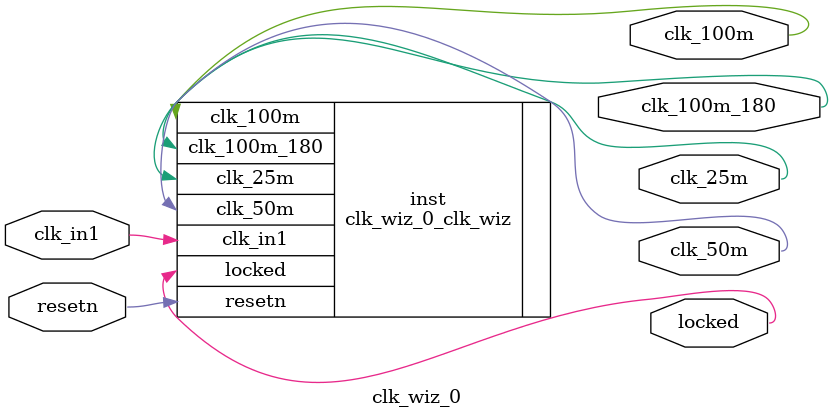
<source format=v>


`timescale 1ps/1ps

(* CORE_GENERATION_INFO = "clk_wiz_0,clk_wiz_v6_0_4_0_0,{component_name=clk_wiz_0,use_phase_alignment=true,use_min_o_jitter=false,use_max_i_jitter=false,use_dyn_phase_shift=false,use_inclk_switchover=false,use_dyn_reconfig=false,enable_axi=0,feedback_source=FDBK_AUTO,PRIMITIVE=PLL,num_out_clk=4,clkin1_period=20.000,clkin2_period=10.000,use_power_down=false,use_reset=true,use_locked=true,use_inclk_stopped=false,feedback_type=SINGLE,CLOCK_MGR_TYPE=NA,manual_override=false}" *)

module clk_wiz_0 
 (
  // Clock out ports
  output        clk_100m,
  output        clk_100m_180,
  output        clk_50m,
  output        clk_25m,
  // Status and control signals
  input         resetn,
  output        locked,
 // Clock in ports
  input         clk_in1
 );

  clk_wiz_0_clk_wiz inst
  (
  // Clock out ports  
  .clk_100m(clk_100m),
  .clk_100m_180(clk_100m_180),
  .clk_50m(clk_50m),
  .clk_25m(clk_25m),
  // Status and control signals               
  .resetn(resetn), 
  .locked(locked),
 // Clock in ports
  .clk_in1(clk_in1)
  );

endmodule

</source>
